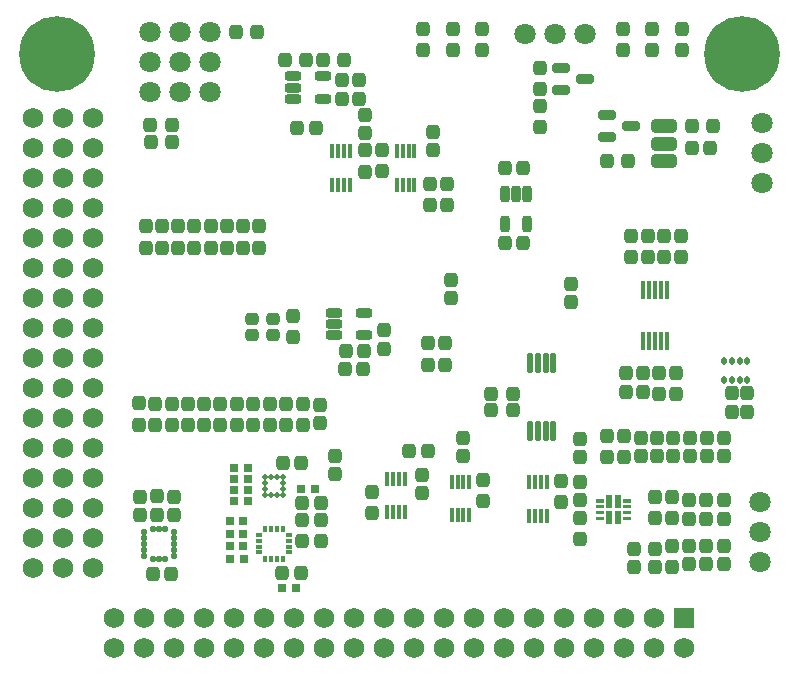
<source format=gbs>
%FSTAX44Y44*%
%MOMM*%
%SFA1B1*%

%IPPOS*%
%AMD67*
4,1,8,-0.601980,0.248920,-0.601980,-0.248920,-0.248920,-0.601980,0.248920,-0.601980,0.601980,-0.248920,0.601980,0.248920,0.248920,0.601980,-0.248920,0.601980,-0.601980,0.248920,0.0*
1,1,0.703200,-0.248920,0.248920*
1,1,0.703200,-0.248920,-0.248920*
1,1,0.703200,0.248920,-0.248920*
1,1,0.703200,0.248920,0.248920*
%
%AMD68*
4,1,8,0.248920,0.599440,-0.248920,0.599440,-0.599440,0.248920,-0.599440,-0.248920,-0.248920,-0.599440,0.248920,-0.599440,0.599440,-0.248920,0.599440,0.248920,0.248920,0.599440,0.0*
1,1,0.700000,0.248920,0.248920*
1,1,0.700000,-0.248920,0.248920*
1,1,0.700000,-0.248920,-0.248920*
1,1,0.700000,0.248920,-0.248920*
%
%AMD69*
4,1,8,0.599440,-0.248920,0.599440,0.248920,0.248920,0.599440,-0.248920,0.599440,-0.599440,0.248920,-0.599440,-0.248920,-0.248920,-0.599440,0.248920,-0.599440,0.599440,-0.248920,0.0*
1,1,0.700000,0.248920,-0.248920*
1,1,0.700000,0.248920,0.248920*
1,1,0.700000,-0.248920,0.248920*
1,1,0.700000,-0.248920,-0.248920*
%
%AMD70*
4,1,8,-0.157480,-0.226060,0.157480,-0.226060,0.294640,-0.086360,0.294640,0.086360,0.157480,0.226060,-0.157480,0.226060,-0.294640,0.086360,-0.294640,-0.086360,-0.157480,-0.226060,0.0*
1,1,0.275000,-0.157480,-0.086360*
1,1,0.275000,0.157480,-0.086360*
1,1,0.275000,0.157480,0.086360*
1,1,0.275000,-0.157480,0.086360*
%
%AMD71*
4,1,8,-0.226060,0.157480,-0.226060,-0.157480,-0.086360,-0.294640,0.086360,-0.294640,0.226060,-0.157480,0.226060,0.157480,0.086360,0.294640,-0.086360,0.294640,-0.226060,0.157480,0.0*
1,1,0.275000,-0.086360,0.157480*
1,1,0.275000,-0.086360,-0.157480*
1,1,0.275000,0.086360,-0.157480*
1,1,0.275000,0.086360,0.157480*
%
%AMD72*
4,1,8,-0.551180,0.231140,-0.551180,-0.231140,-0.269240,-0.510540,0.269240,-0.510540,0.551180,-0.231140,0.551180,0.231140,0.269240,0.510540,-0.269240,0.510540,-0.551180,0.231140,0.0*
1,1,0.560000,-0.269240,0.231140*
1,1,0.560000,-0.269240,-0.231140*
1,1,0.560000,0.269240,-0.231140*
1,1,0.560000,0.269240,0.231140*
%
%AMD73*
4,1,8,0.586740,0.396240,-0.586740,0.396240,-0.762000,0.220980,-0.762000,-0.220980,-0.586740,-0.396240,0.586740,-0.396240,0.762000,-0.220980,0.762000,0.220980,0.586740,0.396240,0.0*
1,1,0.350800,0.586740,0.220980*
1,1,0.350800,-0.586740,0.220980*
1,1,0.350800,-0.586740,-0.220980*
1,1,0.350800,0.586740,-0.220980*
%
%AMD74*
4,1,8,-0.248920,-0.601980,0.248920,-0.601980,0.601980,-0.248920,0.601980,0.248920,0.248920,0.601980,-0.248920,0.601980,-0.601980,0.248920,-0.601980,-0.248920,-0.248920,-0.601980,0.0*
1,1,0.703200,-0.248920,-0.248920*
1,1,0.703200,0.248920,-0.248920*
1,1,0.703200,0.248920,0.248920*
1,1,0.703200,-0.248920,0.248920*
%
%AMD75*
4,1,8,-0.175260,-0.350520,0.175260,-0.350520,0.375920,-0.149860,0.375920,0.149860,0.175260,0.350520,-0.175260,0.350520,-0.375920,0.149860,-0.375920,-0.149860,-0.175260,-0.350520,0.0*
1,1,0.400000,-0.175260,-0.149860*
1,1,0.400000,0.175260,-0.149860*
1,1,0.400000,0.175260,0.149860*
1,1,0.400000,-0.175260,0.149860*
%
%AMD76*
4,1,8,-1.102360,0.248920,-1.102360,-0.248920,-0.749300,-0.601980,0.749300,-0.601980,1.102360,-0.248920,1.102360,0.248920,0.749300,0.601980,-0.749300,0.601980,-1.102360,0.248920,0.0*
1,1,0.703200,-0.749300,0.248920*
1,1,0.703200,-0.749300,-0.248920*
1,1,0.703200,0.749300,-0.248920*
1,1,0.703200,0.749300,0.248920*
%
%AMD77*
4,1,8,0.076200,0.274320,-0.076200,0.274320,-0.200660,0.149860,-0.200660,-0.149860,-0.076200,-0.274320,0.076200,-0.274320,0.200660,-0.149860,0.200660,0.149860,0.076200,0.274320,0.0*
1,1,0.250000,0.076200,0.149860*
1,1,0.250000,-0.076200,0.149860*
1,1,0.250000,-0.076200,-0.149860*
1,1,0.250000,0.076200,-0.149860*
%
%AMD78*
4,1,8,0.149860,0.200660,-0.149860,0.200660,-0.274320,0.076200,-0.274320,-0.076200,-0.149860,-0.200660,0.149860,-0.200660,0.274320,-0.076200,0.274320,0.076200,0.149860,0.200660,0.0*
1,1,0.250000,0.149860,0.076200*
1,1,0.250000,-0.149860,0.076200*
1,1,0.250000,-0.149860,-0.076200*
1,1,0.250000,0.149860,-0.076200*
%
%AMD79*
4,1,8,-0.226060,0.099060,-0.226060,-0.099060,-0.086360,-0.238760,0.086360,-0.238760,0.226060,-0.099060,0.226060,0.099060,0.086360,0.238760,-0.086360,0.238760,-0.226060,0.099060,0.0*
1,1,0.275000,-0.086360,0.099060*
1,1,0.275000,-0.086360,-0.099060*
1,1,0.275000,0.086360,-0.099060*
1,1,0.275000,0.086360,0.099060*
%
%AMD80*
4,1,8,-0.099060,-0.226060,0.099060,-0.226060,0.238760,-0.086360,0.238760,0.086360,0.099060,0.226060,-0.099060,0.226060,-0.238760,0.086360,-0.238760,-0.086360,-0.099060,-0.226060,0.0*
1,1,0.275000,-0.099060,-0.086360*
1,1,0.275000,0.099060,-0.086360*
1,1,0.275000,0.099060,0.086360*
1,1,0.275000,-0.099060,0.086360*
%
%AMD81*
4,1,8,0.457200,0.396240,-0.457200,0.396240,-0.706120,0.147320,-0.706120,-0.147320,-0.457200,-0.396240,0.457200,-0.396240,0.706120,-0.147320,0.706120,0.147320,0.457200,0.396240,0.0*
1,1,0.498200,0.457200,0.147320*
1,1,0.498200,-0.457200,0.147320*
1,1,0.498200,-0.457200,-0.147320*
1,1,0.498200,0.457200,-0.147320*
%
%AMD82*
4,1,8,-0.185420,0.525780,-0.185420,-0.525780,-0.101600,-0.609600,0.101600,-0.609600,0.185420,-0.525780,0.185420,0.525780,0.101600,0.609600,-0.101600,0.609600,-0.185420,0.525780,0.0*
1,1,0.167600,-0.101600,0.525780*
1,1,0.167600,-0.101600,-0.525780*
1,1,0.167600,0.101600,-0.525780*
1,1,0.167600,0.101600,0.525780*
%
%AMD83*
4,1,8,-0.101600,-0.830580,0.101600,-0.830580,0.254000,-0.678180,0.254000,0.678180,0.101600,0.830580,-0.101600,0.830580,-0.254000,0.678180,-0.254000,-0.678180,-0.101600,-0.830580,0.0*
1,1,0.305000,-0.101600,-0.678180*
1,1,0.305000,0.101600,-0.678180*
1,1,0.305000,0.101600,0.678180*
1,1,0.305000,-0.101600,0.678180*
%
%AMD84*
4,1,8,-0.226060,0.162560,-0.226060,-0.162560,-0.086360,-0.299720,0.086360,-0.299720,0.226060,-0.162560,0.226060,0.162560,0.086360,0.299720,-0.086360,0.299720,-0.226060,0.162560,0.0*
1,1,0.275000,-0.086360,0.162560*
1,1,0.275000,-0.086360,-0.162560*
1,1,0.275000,0.086360,-0.162560*
1,1,0.275000,0.086360,0.162560*
%
%AMD85*
4,1,8,0.190500,-0.701040,0.190500,0.701040,0.104140,0.784860,-0.104140,0.784860,-0.190500,0.701040,-0.190500,-0.701040,-0.104140,-0.784860,0.104140,-0.784860,0.190500,-0.701040,0.0*
1,1,0.170000,0.104140,-0.701040*
1,1,0.170000,0.104140,0.701040*
1,1,0.170000,-0.104140,0.701040*
1,1,0.170000,-0.104140,-0.701040*
%
%AMD86*
4,1,8,0.396240,-0.457200,0.396240,0.457200,0.147320,0.706120,-0.147320,0.706120,-0.396240,0.457200,-0.396240,-0.457200,-0.147320,-0.706120,0.147320,-0.706120,0.396240,-0.457200,0.0*
1,1,0.498200,0.147320,-0.457200*
1,1,0.498200,0.147320,0.457200*
1,1,0.498200,-0.147320,0.457200*
1,1,0.498200,-0.147320,-0.457200*
%
%ADD31C,1.803196*%
%ADD32C,1.753196*%
%ADD33C,6.403187*%
%ADD34R,1.727197X1.727197*%
%ADD35C,1.727197*%
G04~CAMADD=67~8~0.0~0.0~473.7~473.7~138.4~0.0~15~0.0~0.0~0.0~0.0~0~0.0~0.0~0.0~0.0~0~0.0~0.0~0.0~90.0~474.0~474.0*
%ADD67D67*%
G04~CAMADD=68~8~0.0~0.0~472.4~472.4~137.8~0.0~15~0.0~0.0~0.0~0.0~0~0.0~0.0~0.0~0.0~0~0.0~0.0~0.0~0.0~472.4~472.4*
%ADD68D68*%
G04~CAMADD=69~8~0.0~0.0~472.4~472.4~137.8~0.0~15~0.0~0.0~0.0~0.0~0~0.0~0.0~0.0~0.0~0~0.0~0.0~0.0~270.0~472.0~472.0*
%ADD69D69*%
G04~CAMADD=70~8~0.0~0.0~232.3~177.2~54.1~0.0~15~0.0~0.0~0.0~0.0~0~0.0~0.0~0.0~0.0~0~0.0~0.0~0.0~180.0~233.0~177.0*
%ADD70D70*%
G04~CAMADD=71~8~0.0~0.0~232.3~177.2~54.1~0.0~15~0.0~0.0~0.0~0.0~0~0.0~0.0~0.0~0.0~0~0.0~0.0~0.0~90.0~178.0~232.0*
%ADD71D71*%
G04~CAMADD=72~8~0.0~0.0~401.6~433.1~110.2~0.0~15~0.0~0.0~0.0~0.0~0~0.0~0.0~0.0~0.0~0~0.0~0.0~0.0~90.0~434.0~402.0*
%ADD72D72*%
G04~CAMADD=73~8~0.0~0.0~599.7~312.3~69.1~0.0~15~0.0~0.0~0.0~0.0~0~0.0~0.0~0.0~0.0~0~0.0~0.0~0.0~0.0~599.7~312.3*
%ADD73D73*%
G04~CAMADD=74~8~0.0~0.0~473.7~473.7~138.4~0.0~15~0.0~0.0~0.0~0.0~0~0.0~0.0~0.0~0.0~0~0.0~0.0~0.0~180.0~474.0~474.0*
%ADD74D74*%
G04~CAMADD=75~8~0.0~0.0~295.3~275.6~78.7~0.0~15~0.0~0.0~0.0~0.0~0~0.0~0.0~0.0~0.0~0~0.0~0.0~0.0~180.0~296.0~276.0*
%ADD75D75*%
G04~CAMADD=76~8~0.0~0.0~473.7~867.4~138.4~0.0~15~0.0~0.0~0.0~0.0~0~0.0~0.0~0.0~0.0~0~0.0~0.0~0.0~90.0~868.0~474.0*
%ADD76D76*%
G04~CAMADD=77~8~0.0~0.0~157.5~216.5~49.2~0.0~15~0.0~0.0~0.0~0.0~0~0.0~0.0~0.0~0.0~0~0.0~0.0~0.0~0.0~157.5~216.5*
%ADD77D77*%
G04~CAMADD=78~8~0.0~0.0~216.5~157.5~49.2~0.0~15~0.0~0.0~0.0~0.0~0~0.0~0.0~0.0~0.0~0~0.0~0.0~0.0~0.0~216.5~157.5*
%ADD78D78*%
G04~CAMADD=79~8~0.0~0.0~187.0~177.2~54.1~0.0~15~0.0~0.0~0.0~0.0~0~0.0~0.0~0.0~0.0~0~0.0~0.0~0.0~90.0~178.0~188.0*
%ADD79D79*%
G04~CAMADD=80~8~0.0~0.0~187.0~177.2~54.1~0.0~15~0.0~0.0~0.0~0.0~0~0.0~0.0~0.0~0.0~0~0.0~0.0~0.0~180.0~188.0~178.0*
%ADD80D80*%
G04~CAMADD=81~8~0.0~0.0~556.4~312.3~98.1~0.0~15~0.0~0.0~0.0~0.0~0~0.0~0.0~0.0~0.0~0~0.0~0.0~0.0~0.0~556.4~312.3*
%ADD81D81*%
G04~CAMADD=82~8~0.0~0.0~480.3~145.7~33.0~0.0~15~0.0~0.0~0.0~0.0~0~0.0~0.0~0.0~0.0~0~0.0~0.0~0.0~90.0~146.0~480.0*
%ADD82D82*%
G04~CAMADD=83~8~0.0~0.0~200.8~653.5~60.0~0.0~15~0.0~0.0~0.0~0.0~0~0.0~0.0~0.0~0.0~0~0.0~0.0~0.0~180.0~202.0~653.0*
%ADD83D83*%
G04~CAMADD=84~8~0.0~0.0~236.2~177.2~54.1~0.0~15~0.0~0.0~0.0~0.0~0~0.0~0.0~0.0~0.0~0~0.0~0.0~0.0~90.0~178.0~236.0*
%ADD84D84*%
G04~CAMADD=85~8~0.0~0.0~618.1~149.6~33.5~0.0~15~0.0~0.0~0.0~0.0~0~0.0~0.0~0.0~0.0~0~0.0~0.0~0.0~270.0~150.0~618.0*
%ADD85D85*%
G04~CAMADD=86~8~0.0~0.0~556.4~312.3~98.1~0.0~15~0.0~0.0~0.0~0.0~0~0.0~0.0~0.0~0.0~0~0.0~0.0~0.0~270.0~312.0~556.0*
%ADD86D86*%
%LNdr_0n-1*%
%LPD*%
G36*
X00498249Y00135249D02*
X00491249D01*
Y00138249*
X00498249*
Y00135249*
G37*
G36*
Y00130249D02*
X00491249D01*
Y00133249*
X00498249*
Y00130249*
G37*
G36*
X00505249Y00126749D02*
X00500249D01*
Y00138249*
X00505249*
Y00126749*
G37*
G36*
X00498249Y00140249D02*
Y00143249D01*
X00491249*
Y00140249*
X00498249*
G37*
G36*
Y00145249D02*
Y00148249D01*
X00491249*
Y00145249*
X00498249*
G37*
G36*
X00505249Y00140249D02*
Y00151749D01*
X00500249*
Y00140249*
X00505249*
G37*
G36*
X00521249Y00135249D02*
X00514249D01*
Y00138249*
X00521249*
Y00135249*
G37*
G36*
Y00130249D02*
X00514249D01*
Y00133249*
X00521249*
Y00130249*
G37*
G36*
X00512249Y00126749D02*
X00507249D01*
Y00138249*
X00512249*
Y00126749*
G37*
G36*
X00521249Y00145249D02*
X00514249D01*
Y00148249*
X00521249*
Y00145249*
G37*
G36*
Y00140249D02*
X00514249D01*
Y00143249*
X00521249*
Y00140249*
G37*
G36*
X00512249D02*
X00507249D01*
Y00151749*
X00512249*
Y00140249*
G37*
G54D31*
X00631999Y00466399D03*
Y00440999D03*
Y00415599D03*
X00481999Y00541999D03*
X00456599D03*
X00431199D03*
X00629999Y00145399D03*
Y00119999D03*
Y00094599D03*
X00164799Y00543399D03*
Y00517999D03*
Y00492599D03*
X00139399Y00543399D03*
X00113999D03*
X00139399Y00517999D03*
Y00492599D03*
X00113999Y00517999D03*
Y00492599D03*
G54D32*
X00014599Y00089599D03*
Y00114999D03*
Y00140399D03*
Y00165799D03*
Y00191199D03*
Y00216599D03*
Y00241999D03*
Y00267399D03*
Y00292799D03*
Y00318199D03*
Y00343599D03*
Y00368999D03*
Y00394399D03*
Y00419799D03*
Y00445199D03*
X00039999Y00089599D03*
Y00114999D03*
Y00140399D03*
Y00165799D03*
Y00191199D03*
Y00216599D03*
Y00241999D03*
Y00267399D03*
Y00292799D03*
Y00318199D03*
Y00343599D03*
Y00368999D03*
Y00394399D03*
Y00419799D03*
Y00445199D03*
X00014599Y00470599D03*
X00039999D03*
X00065399Y00089599D03*
Y00114999D03*
Y00140399D03*
Y00165799D03*
Y00191199D03*
Y00216599D03*
Y00241999D03*
Y00267399D03*
Y00292799D03*
Y00318199D03*
Y00343599D03*
Y00368999D03*
Y00394399D03*
Y00419799D03*
Y00445199D03*
Y00470599D03*
G54D33*
X00034999Y00524999D03*
X00614999D03*
G54D34*
X00566299Y00047699D03*
G54D35*
X00540899Y00047699D03*
X00515499D03*
X00490099D03*
X00464699D03*
X00439299D03*
X00540899Y00022299D03*
X00515499D03*
X00490099D03*
X00464699D03*
X00439299D03*
X00413899Y00047699D03*
Y00022299D03*
X00388499Y00047699D03*
X00363099D03*
X00337699D03*
X00312299D03*
X00286899D03*
X00261499D03*
X00388499Y00022299D03*
X00363099D03*
X00337699D03*
X00312299D03*
X00286899D03*
X00261499D03*
X00236099Y00047699D03*
Y00022299D03*
X00185299Y00047699D03*
X00159899D03*
X00134499D03*
X00109099D03*
X00083699D03*
X00210699Y00022299D03*
X00185299D03*
X00159899D03*
X00134499D03*
X00109099D03*
X00083699D03*
X00566299D03*
X00210699Y00047699D03*
G54D67*
X00348999Y00261999D03*
Y00279999D03*
X00395999Y00146249D03*
Y00164249D03*
X00478316Y00114258D03*
Y00132258D03*
X00500849Y00201749D03*
Y00183749D03*
X00515249Y00201749D03*
Y00183749D03*
X00555499Y00090249D03*
Y00108249D03*
X00541805Y0013175D03*
Y0014975D03*
X00555499Y00149749D03*
Y00131749D03*
X00235233Y00302999D03*
Y00284999D03*
X00201499Y00210999D03*
Y00228999D03*
X00173499Y00210999D03*
Y00228999D03*
X00145999Y00210999D03*
Y00228999D03*
X00118499Y00210999D03*
Y00228999D03*
X00110249Y00378999D03*
Y00360999D03*
X00137749Y00378999D03*
Y00360999D03*
X00165249Y00378999D03*
Y00360999D03*
X00192749Y00378999D03*
Y00360999D03*
X00187499Y00210999D03*
Y00228999D03*
X00159749Y00210999D03*
Y00228999D03*
X00132249Y00210999D03*
Y00228999D03*
X00104499Y00211249D03*
Y00229249D03*
X00123999Y00378999D03*
Y00360999D03*
X00151499Y00378999D03*
Y00360999D03*
X00178999Y00378999D03*
Y00360999D03*
X00206499Y00378999D03*
Y00360999D03*
X00215249Y00228999D03*
Y00210999D03*
X00563999Y00527999D03*
Y00545999D03*
X00443999Y00462999D03*
Y00480999D03*
Y00494999D03*
Y00512999D03*
X00310112Y00425592D03*
Y00443592D03*
X00295703Y00443343D03*
Y00425343D03*
X00301999Y00136499D03*
Y00154499D03*
X00461749Y00163749D03*
Y00145749D03*
X00563249Y00371249D03*
Y00353249D03*
X00549249Y00371249D03*
Y00353249D03*
X00535249D03*
Y00371249D03*
X00545249Y00236749D03*
Y00254749D03*
X00559249Y00236749D03*
Y00254749D03*
X00521249Y00371249D03*
Y00353249D03*
X00344999Y00545999D03*
Y00527999D03*
X00369999Y00545999D03*
Y00527999D03*
X00394999Y00545999D03*
Y00527999D03*
X00538999D03*
Y00545999D03*
X00513999Y00527999D03*
Y00545999D03*
X00350749Y00414749D03*
Y00396749D03*
X00365183Y00414749D03*
Y00396749D03*
X00242999Y00228999D03*
Y00210999D03*
X00229249Y00228999D03*
Y00210999D03*
X00363482Y00279999D03*
Y00261999D03*
G54D68*
X00279499Y00273499D03*
X00294999D03*
X00333499Y00188999D03*
X00348999D03*
X00116499Y00084999D03*
X00131999D03*
X00572733Y00445568D03*
X00588233D03*
X00254Y00462749D03*
X00238499D03*
X00242749Y00112999D03*
X00258249D03*
X00225999Y00085249D03*
X00241499D03*
X00242749Y00130499D03*
X00258249D03*
X00242749Y00144749D03*
X00258249D03*
X00294499Y00258249D03*
X00278999D03*
X00226499Y00178499D03*
X00241999D03*
X00414249Y00428546D03*
X00429749D03*
X00414499Y00364749D03*
X00429999D03*
G54D69*
X00344249Y00168749D03*
Y00153249D03*
X00291249Y00487249D03*
Y00502749D03*
X00369015Y003336D03*
Y003181D03*
X00270249Y00168999D03*
Y00184499D03*
X00478332Y00147141D03*
Y00162641D03*
X00557047Y0018458D03*
Y0020008D03*
X00569999Y00131539D03*
Y00147039D03*
X00571047Y0018458D03*
Y0020008D03*
X00584999Y00131539D03*
Y00147039D03*
X00585047Y0018458D03*
Y0020008D03*
X00599999Y00131539D03*
Y00147039D03*
X0054324Y00184499D03*
Y00199999D03*
X00569999Y00108459D03*
Y00092959D03*
X00600047Y0018458D03*
Y0020008D03*
X00584999Y00108459D03*
Y00092959D03*
X00529249Y00184499D03*
Y00199999D03*
X00599999Y00108459D03*
Y00092959D03*
X00276749Y00502749D03*
Y00487249D03*
X00311999Y00290999D03*
Y00275499D03*
X00353499Y00458999D03*
Y00443499D03*
X00296233Y00457734D03*
Y00473234D03*
X00379249Y00184249D03*
Y00199749D03*
X00478332Y00183733D03*
Y00199233D03*
X00105749Y00150249D03*
Y00134749D03*
X0012019Y00150362D03*
Y00134862D03*
X00134249Y00150249D03*
Y00134749D03*
X00606249Y00237749D03*
Y0022225D03*
X00619749Y00237749D03*
Y0022225D03*
X00531249Y00254749D03*
Y00239249D03*
X00517249Y00254749D03*
Y00239249D03*
X00257499Y00212499D03*
Y00227999D03*
X00470499Y00330499D03*
Y00314999D03*
G54D70*
X00134349Y00120249D03*
Y00115249D03*
Y00110249D03*
Y00105249D03*
Y00100249D03*
X00109149D03*
Y00110249D03*
Y00105249D03*
Y00120249D03*
Y00115249D03*
G54D71*
X00121749Y00097649D03*
X00126749D03*
X00116749D03*
X00121749Y00122849D03*
X00116749D03*
X00126749D03*
G54D72*
X00217999Y00286999D03*
X00199999D03*
Y00300999D03*
X00217999D03*
G54D73*
X00520999Y00463999D03*
X00500699Y00473499D03*
Y00454499D03*
X00482149Y00503999D03*
X00461849Y00513499D03*
Y00494499D03*
G54D74*
X00572749Y00463999D03*
X00590749D03*
X00500849Y00433999D03*
X00518849D03*
X00523249Y00105749D03*
X00541249D03*
X00523249Y00090249D03*
X00541249D03*
X00277999Y00519999D03*
X00259999D03*
X00245999D03*
X00227999D03*
X00114249Y00464749D03*
X00132249D03*
X00114411Y0045038D03*
X00132411D03*
X00402999Y00237538D03*
X00420999D03*
X00402999Y00223196D03*
X00420999D03*
X00186749Y00543249D03*
X00204749D03*
G54D75*
X00184999Y00146551D03*
X00196499D03*
X00184999Y0017459D03*
X00196499D03*
X00184999Y00165499D03*
X00196499D03*
X00184999Y00155999D03*
X00196499D03*
X00237499Y00072499D03*
X00225999D03*
X00241749Y00156499D03*
X00253249D03*
X00193249Y00097749D03*
X00181749D03*
X00192999Y00129249D03*
X00181499D03*
X00192999Y00118499D03*
X00181499D03*
X00192999Y00108499D03*
X00181499D03*
G54D76*
X00548849Y00433999D03*
Y00448999D03*
Y00463999D03*
G54D77*
X00211124Y00097749D03*
X00216124D03*
X00221124D03*
X00226124D03*
Y00123249D03*
X00221124D03*
X00216124D03*
X00211124D03*
G54D78*
X00231374Y00102999D03*
Y00107999D03*
Y00112999D03*
Y00117999D03*
X00205874D03*
Y00112999D03*
Y00107999D03*
Y00102999D03*
G54D79*
X00226374Y00151374D03*
X00211374Y00166624D03*
X00216374D03*
X00221374D03*
X00226374D03*
X00221374Y00151374D03*
X00216374D03*
X00211374D03*
G54D80*
X00226499Y00161499D03*
Y00156499D03*
X00211249D03*
Y00161499D03*
G54D81*
X00294999Y00286749D03*
Y00305749D03*
X00269899D03*
Y00296249D03*
Y00286749D03*
X00259999Y00486999D03*
Y00505999D03*
X00234899D03*
Y00496499D03*
Y00486999D03*
G54D82*
X00337749Y00414449D03*
X00332749D03*
X00327749D03*
X00322749D03*
Y00442549D03*
X00327749D03*
X00332749D03*
X00337749D03*
X00267999Y00442596D03*
X00272999D03*
X00277999D03*
X00282999D03*
Y00414496D03*
X00277999D03*
X00272999D03*
X00267999D03*
X00329749Y00136812D03*
X00324749D03*
X00319749D03*
X00314749D03*
Y00164912D03*
X00319749D03*
X00324749D03*
X00329749D03*
X00369249Y00162799D03*
X00374249D03*
X00379249D03*
X00384249D03*
Y00134699D03*
X00379249D03*
X00374249D03*
X00369249D03*
X00434999Y00162299D03*
X00439999D03*
X00444999D03*
X00449999D03*
Y00134199D03*
X00444999D03*
X00439999D03*
X00434999D03*
G54D83*
X00455499Y00263746D03*
X00448999D03*
X00442499D03*
X00435999D03*
Y00206146D03*
X00442499D03*
X00448999D03*
X00455499D03*
G54D84*
X00612999Y00264999D03*
Y00248999D03*
X00606499Y00264999D03*
Y00248999D03*
X00619499D03*
Y00264999D03*
X00599999D03*
Y00248999D03*
G54D85*
X00531249Y00282249D03*
X00536249D03*
X00541249D03*
X00546249D03*
X00551249D03*
Y00325249D03*
X00546249D03*
X00541249D03*
X00536249D03*
X00531249D03*
G54D86*
X00414249Y00381149D03*
X00433249D03*
Y00406249D03*
X00423749D03*
X00414249D03*
M02*
</source>
